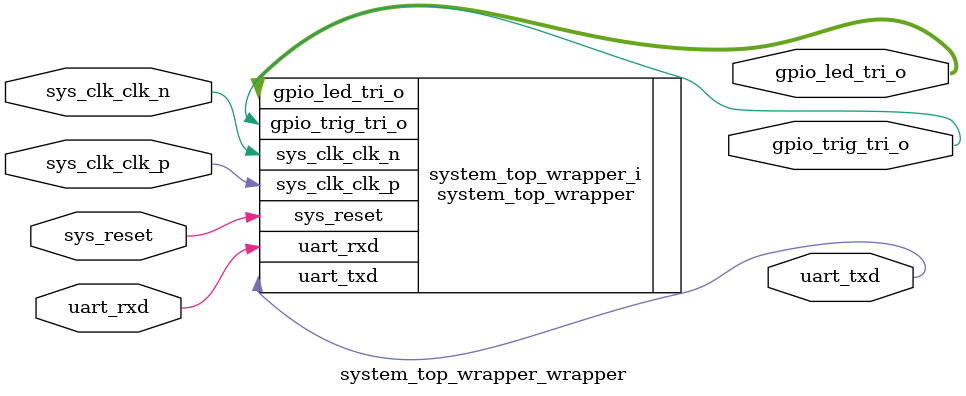
<source format=v>
`timescale 1 ps / 1 ps

module system_top_wrapper_wrapper
   (gpio_led_tri_o,
    gpio_trig_tri_o,
    sys_clk_clk_n,
    sys_clk_clk_p,
    sys_reset,
    uart_rxd,
    uart_txd);
  output [9:0]gpio_led_tri_o;
  output [0:0]gpio_trig_tri_o;
  input sys_clk_clk_n;
  input sys_clk_clk_p;
  input sys_reset;
  input uart_rxd;
  output uart_txd;

  wire [9:0]gpio_led_tri_o;
  wire [0:0]gpio_trig_tri_o;
  wire sys_clk_clk_n;
  wire sys_clk_clk_p;
  wire sys_reset;
  wire uart_rxd;
  wire uart_txd;

  system_top_wrapper system_top_wrapper_i
       (.gpio_led_tri_o(gpio_led_tri_o),
        .gpio_trig_tri_o(gpio_trig_tri_o),
        .sys_clk_clk_n(sys_clk_clk_n),
        .sys_clk_clk_p(sys_clk_clk_p),
        .sys_reset(sys_reset),
        .uart_rxd(uart_rxd),
        .uart_txd(uart_txd));
endmodule

</source>
